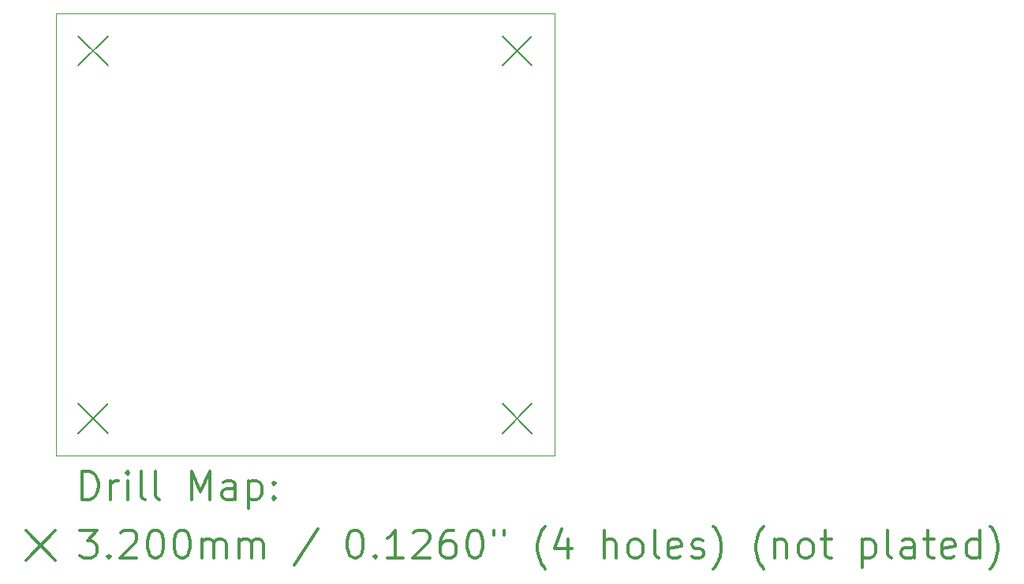
<source format=gbr>
%FSLAX45Y45*%
G04 Gerber Fmt 4.5, Leading zero omitted, Abs format (unit mm)*
G04 Created by KiCad (PCBNEW (5.1.10)-1) date 2021-11-22 17:18:16*
%MOMM*%
%LPD*%
G01*
G04 APERTURE LIST*
%TA.AperFunction,Profile*%
%ADD10C,0.050000*%
%TD*%
%ADD11C,0.200000*%
%ADD12C,0.300000*%
G04 APERTURE END LIST*
D10*
X12100000Y-12000000D02*
X12100000Y-7250000D01*
X17450000Y-12000000D02*
X12100000Y-12000000D01*
X17450000Y-7250000D02*
X17450000Y-12000000D01*
X12100000Y-7250000D02*
X17450000Y-7250000D01*
D11*
X12340000Y-7490000D02*
X12660000Y-7810000D01*
X12660000Y-7490000D02*
X12340000Y-7810000D01*
X12340000Y-11440000D02*
X12660000Y-11760000D01*
X12660000Y-11440000D02*
X12340000Y-11760000D01*
X16890000Y-7490000D02*
X17210000Y-7810000D01*
X17210000Y-7490000D02*
X16890000Y-7810000D01*
X16890000Y-11440000D02*
X17210000Y-11760000D01*
X17210000Y-11440000D02*
X16890000Y-11760000D01*
D12*
X12383928Y-12468214D02*
X12383928Y-12168214D01*
X12455357Y-12168214D01*
X12498214Y-12182500D01*
X12526786Y-12211071D01*
X12541071Y-12239643D01*
X12555357Y-12296786D01*
X12555357Y-12339643D01*
X12541071Y-12396786D01*
X12526786Y-12425357D01*
X12498214Y-12453929D01*
X12455357Y-12468214D01*
X12383928Y-12468214D01*
X12683928Y-12468214D02*
X12683928Y-12268214D01*
X12683928Y-12325357D02*
X12698214Y-12296786D01*
X12712500Y-12282500D01*
X12741071Y-12268214D01*
X12769643Y-12268214D01*
X12869643Y-12468214D02*
X12869643Y-12268214D01*
X12869643Y-12168214D02*
X12855357Y-12182500D01*
X12869643Y-12196786D01*
X12883928Y-12182500D01*
X12869643Y-12168214D01*
X12869643Y-12196786D01*
X13055357Y-12468214D02*
X13026786Y-12453929D01*
X13012500Y-12425357D01*
X13012500Y-12168214D01*
X13212500Y-12468214D02*
X13183928Y-12453929D01*
X13169643Y-12425357D01*
X13169643Y-12168214D01*
X13555357Y-12468214D02*
X13555357Y-12168214D01*
X13655357Y-12382500D01*
X13755357Y-12168214D01*
X13755357Y-12468214D01*
X14026786Y-12468214D02*
X14026786Y-12311071D01*
X14012500Y-12282500D01*
X13983928Y-12268214D01*
X13926786Y-12268214D01*
X13898214Y-12282500D01*
X14026786Y-12453929D02*
X13998214Y-12468214D01*
X13926786Y-12468214D01*
X13898214Y-12453929D01*
X13883928Y-12425357D01*
X13883928Y-12396786D01*
X13898214Y-12368214D01*
X13926786Y-12353929D01*
X13998214Y-12353929D01*
X14026786Y-12339643D01*
X14169643Y-12268214D02*
X14169643Y-12568214D01*
X14169643Y-12282500D02*
X14198214Y-12268214D01*
X14255357Y-12268214D01*
X14283928Y-12282500D01*
X14298214Y-12296786D01*
X14312500Y-12325357D01*
X14312500Y-12411071D01*
X14298214Y-12439643D01*
X14283928Y-12453929D01*
X14255357Y-12468214D01*
X14198214Y-12468214D01*
X14169643Y-12453929D01*
X14441071Y-12439643D02*
X14455357Y-12453929D01*
X14441071Y-12468214D01*
X14426786Y-12453929D01*
X14441071Y-12439643D01*
X14441071Y-12468214D01*
X14441071Y-12282500D02*
X14455357Y-12296786D01*
X14441071Y-12311071D01*
X14426786Y-12296786D01*
X14441071Y-12282500D01*
X14441071Y-12311071D01*
X11777500Y-12802500D02*
X12097500Y-13122500D01*
X12097500Y-12802500D02*
X11777500Y-13122500D01*
X12355357Y-12798214D02*
X12541071Y-12798214D01*
X12441071Y-12912500D01*
X12483928Y-12912500D01*
X12512500Y-12926786D01*
X12526786Y-12941071D01*
X12541071Y-12969643D01*
X12541071Y-13041071D01*
X12526786Y-13069643D01*
X12512500Y-13083929D01*
X12483928Y-13098214D01*
X12398214Y-13098214D01*
X12369643Y-13083929D01*
X12355357Y-13069643D01*
X12669643Y-13069643D02*
X12683928Y-13083929D01*
X12669643Y-13098214D01*
X12655357Y-13083929D01*
X12669643Y-13069643D01*
X12669643Y-13098214D01*
X12798214Y-12826786D02*
X12812500Y-12812500D01*
X12841071Y-12798214D01*
X12912500Y-12798214D01*
X12941071Y-12812500D01*
X12955357Y-12826786D01*
X12969643Y-12855357D01*
X12969643Y-12883929D01*
X12955357Y-12926786D01*
X12783928Y-13098214D01*
X12969643Y-13098214D01*
X13155357Y-12798214D02*
X13183928Y-12798214D01*
X13212500Y-12812500D01*
X13226786Y-12826786D01*
X13241071Y-12855357D01*
X13255357Y-12912500D01*
X13255357Y-12983929D01*
X13241071Y-13041071D01*
X13226786Y-13069643D01*
X13212500Y-13083929D01*
X13183928Y-13098214D01*
X13155357Y-13098214D01*
X13126786Y-13083929D01*
X13112500Y-13069643D01*
X13098214Y-13041071D01*
X13083928Y-12983929D01*
X13083928Y-12912500D01*
X13098214Y-12855357D01*
X13112500Y-12826786D01*
X13126786Y-12812500D01*
X13155357Y-12798214D01*
X13441071Y-12798214D02*
X13469643Y-12798214D01*
X13498214Y-12812500D01*
X13512500Y-12826786D01*
X13526786Y-12855357D01*
X13541071Y-12912500D01*
X13541071Y-12983929D01*
X13526786Y-13041071D01*
X13512500Y-13069643D01*
X13498214Y-13083929D01*
X13469643Y-13098214D01*
X13441071Y-13098214D01*
X13412500Y-13083929D01*
X13398214Y-13069643D01*
X13383928Y-13041071D01*
X13369643Y-12983929D01*
X13369643Y-12912500D01*
X13383928Y-12855357D01*
X13398214Y-12826786D01*
X13412500Y-12812500D01*
X13441071Y-12798214D01*
X13669643Y-13098214D02*
X13669643Y-12898214D01*
X13669643Y-12926786D02*
X13683928Y-12912500D01*
X13712500Y-12898214D01*
X13755357Y-12898214D01*
X13783928Y-12912500D01*
X13798214Y-12941071D01*
X13798214Y-13098214D01*
X13798214Y-12941071D02*
X13812500Y-12912500D01*
X13841071Y-12898214D01*
X13883928Y-12898214D01*
X13912500Y-12912500D01*
X13926786Y-12941071D01*
X13926786Y-13098214D01*
X14069643Y-13098214D02*
X14069643Y-12898214D01*
X14069643Y-12926786D02*
X14083928Y-12912500D01*
X14112500Y-12898214D01*
X14155357Y-12898214D01*
X14183928Y-12912500D01*
X14198214Y-12941071D01*
X14198214Y-13098214D01*
X14198214Y-12941071D02*
X14212500Y-12912500D01*
X14241071Y-12898214D01*
X14283928Y-12898214D01*
X14312500Y-12912500D01*
X14326786Y-12941071D01*
X14326786Y-13098214D01*
X14912500Y-12783929D02*
X14655357Y-13169643D01*
X15298214Y-12798214D02*
X15326786Y-12798214D01*
X15355357Y-12812500D01*
X15369643Y-12826786D01*
X15383928Y-12855357D01*
X15398214Y-12912500D01*
X15398214Y-12983929D01*
X15383928Y-13041071D01*
X15369643Y-13069643D01*
X15355357Y-13083929D01*
X15326786Y-13098214D01*
X15298214Y-13098214D01*
X15269643Y-13083929D01*
X15255357Y-13069643D01*
X15241071Y-13041071D01*
X15226786Y-12983929D01*
X15226786Y-12912500D01*
X15241071Y-12855357D01*
X15255357Y-12826786D01*
X15269643Y-12812500D01*
X15298214Y-12798214D01*
X15526786Y-13069643D02*
X15541071Y-13083929D01*
X15526786Y-13098214D01*
X15512500Y-13083929D01*
X15526786Y-13069643D01*
X15526786Y-13098214D01*
X15826786Y-13098214D02*
X15655357Y-13098214D01*
X15741071Y-13098214D02*
X15741071Y-12798214D01*
X15712500Y-12841071D01*
X15683928Y-12869643D01*
X15655357Y-12883929D01*
X15941071Y-12826786D02*
X15955357Y-12812500D01*
X15983928Y-12798214D01*
X16055357Y-12798214D01*
X16083928Y-12812500D01*
X16098214Y-12826786D01*
X16112500Y-12855357D01*
X16112500Y-12883929D01*
X16098214Y-12926786D01*
X15926786Y-13098214D01*
X16112500Y-13098214D01*
X16369643Y-12798214D02*
X16312500Y-12798214D01*
X16283928Y-12812500D01*
X16269643Y-12826786D01*
X16241071Y-12869643D01*
X16226786Y-12926786D01*
X16226786Y-13041071D01*
X16241071Y-13069643D01*
X16255357Y-13083929D01*
X16283928Y-13098214D01*
X16341071Y-13098214D01*
X16369643Y-13083929D01*
X16383928Y-13069643D01*
X16398214Y-13041071D01*
X16398214Y-12969643D01*
X16383928Y-12941071D01*
X16369643Y-12926786D01*
X16341071Y-12912500D01*
X16283928Y-12912500D01*
X16255357Y-12926786D01*
X16241071Y-12941071D01*
X16226786Y-12969643D01*
X16583928Y-12798214D02*
X16612500Y-12798214D01*
X16641071Y-12812500D01*
X16655357Y-12826786D01*
X16669643Y-12855357D01*
X16683928Y-12912500D01*
X16683928Y-12983929D01*
X16669643Y-13041071D01*
X16655357Y-13069643D01*
X16641071Y-13083929D01*
X16612500Y-13098214D01*
X16583928Y-13098214D01*
X16555357Y-13083929D01*
X16541071Y-13069643D01*
X16526786Y-13041071D01*
X16512500Y-12983929D01*
X16512500Y-12912500D01*
X16526786Y-12855357D01*
X16541071Y-12826786D01*
X16555357Y-12812500D01*
X16583928Y-12798214D01*
X16798214Y-12798214D02*
X16798214Y-12855357D01*
X16912500Y-12798214D02*
X16912500Y-12855357D01*
X17355357Y-13212500D02*
X17341071Y-13198214D01*
X17312500Y-13155357D01*
X17298214Y-13126786D01*
X17283928Y-13083929D01*
X17269643Y-13012500D01*
X17269643Y-12955357D01*
X17283928Y-12883929D01*
X17298214Y-12841071D01*
X17312500Y-12812500D01*
X17341071Y-12769643D01*
X17355357Y-12755357D01*
X17598214Y-12898214D02*
X17598214Y-13098214D01*
X17526786Y-12783929D02*
X17455357Y-12998214D01*
X17641071Y-12998214D01*
X17983928Y-13098214D02*
X17983928Y-12798214D01*
X18112500Y-13098214D02*
X18112500Y-12941071D01*
X18098214Y-12912500D01*
X18069643Y-12898214D01*
X18026786Y-12898214D01*
X17998214Y-12912500D01*
X17983928Y-12926786D01*
X18298214Y-13098214D02*
X18269643Y-13083929D01*
X18255357Y-13069643D01*
X18241071Y-13041071D01*
X18241071Y-12955357D01*
X18255357Y-12926786D01*
X18269643Y-12912500D01*
X18298214Y-12898214D01*
X18341071Y-12898214D01*
X18369643Y-12912500D01*
X18383928Y-12926786D01*
X18398214Y-12955357D01*
X18398214Y-13041071D01*
X18383928Y-13069643D01*
X18369643Y-13083929D01*
X18341071Y-13098214D01*
X18298214Y-13098214D01*
X18569643Y-13098214D02*
X18541071Y-13083929D01*
X18526786Y-13055357D01*
X18526786Y-12798214D01*
X18798214Y-13083929D02*
X18769643Y-13098214D01*
X18712500Y-13098214D01*
X18683928Y-13083929D01*
X18669643Y-13055357D01*
X18669643Y-12941071D01*
X18683928Y-12912500D01*
X18712500Y-12898214D01*
X18769643Y-12898214D01*
X18798214Y-12912500D01*
X18812500Y-12941071D01*
X18812500Y-12969643D01*
X18669643Y-12998214D01*
X18926786Y-13083929D02*
X18955357Y-13098214D01*
X19012500Y-13098214D01*
X19041071Y-13083929D01*
X19055357Y-13055357D01*
X19055357Y-13041071D01*
X19041071Y-13012500D01*
X19012500Y-12998214D01*
X18969643Y-12998214D01*
X18941071Y-12983929D01*
X18926786Y-12955357D01*
X18926786Y-12941071D01*
X18941071Y-12912500D01*
X18969643Y-12898214D01*
X19012500Y-12898214D01*
X19041071Y-12912500D01*
X19155357Y-13212500D02*
X19169643Y-13198214D01*
X19198214Y-13155357D01*
X19212500Y-13126786D01*
X19226786Y-13083929D01*
X19241071Y-13012500D01*
X19241071Y-12955357D01*
X19226786Y-12883929D01*
X19212500Y-12841071D01*
X19198214Y-12812500D01*
X19169643Y-12769643D01*
X19155357Y-12755357D01*
X19698214Y-13212500D02*
X19683928Y-13198214D01*
X19655357Y-13155357D01*
X19641071Y-13126786D01*
X19626786Y-13083929D01*
X19612500Y-13012500D01*
X19612500Y-12955357D01*
X19626786Y-12883929D01*
X19641071Y-12841071D01*
X19655357Y-12812500D01*
X19683928Y-12769643D01*
X19698214Y-12755357D01*
X19812500Y-12898214D02*
X19812500Y-13098214D01*
X19812500Y-12926786D02*
X19826786Y-12912500D01*
X19855357Y-12898214D01*
X19898214Y-12898214D01*
X19926786Y-12912500D01*
X19941071Y-12941071D01*
X19941071Y-13098214D01*
X20126786Y-13098214D02*
X20098214Y-13083929D01*
X20083928Y-13069643D01*
X20069643Y-13041071D01*
X20069643Y-12955357D01*
X20083928Y-12926786D01*
X20098214Y-12912500D01*
X20126786Y-12898214D01*
X20169643Y-12898214D01*
X20198214Y-12912500D01*
X20212500Y-12926786D01*
X20226786Y-12955357D01*
X20226786Y-13041071D01*
X20212500Y-13069643D01*
X20198214Y-13083929D01*
X20169643Y-13098214D01*
X20126786Y-13098214D01*
X20312500Y-12898214D02*
X20426786Y-12898214D01*
X20355357Y-12798214D02*
X20355357Y-13055357D01*
X20369643Y-13083929D01*
X20398214Y-13098214D01*
X20426786Y-13098214D01*
X20755357Y-12898214D02*
X20755357Y-13198214D01*
X20755357Y-12912500D02*
X20783928Y-12898214D01*
X20841071Y-12898214D01*
X20869643Y-12912500D01*
X20883928Y-12926786D01*
X20898214Y-12955357D01*
X20898214Y-13041071D01*
X20883928Y-13069643D01*
X20869643Y-13083929D01*
X20841071Y-13098214D01*
X20783928Y-13098214D01*
X20755357Y-13083929D01*
X21069643Y-13098214D02*
X21041071Y-13083929D01*
X21026786Y-13055357D01*
X21026786Y-12798214D01*
X21312500Y-13098214D02*
X21312500Y-12941071D01*
X21298214Y-12912500D01*
X21269643Y-12898214D01*
X21212500Y-12898214D01*
X21183928Y-12912500D01*
X21312500Y-13083929D02*
X21283928Y-13098214D01*
X21212500Y-13098214D01*
X21183928Y-13083929D01*
X21169643Y-13055357D01*
X21169643Y-13026786D01*
X21183928Y-12998214D01*
X21212500Y-12983929D01*
X21283928Y-12983929D01*
X21312500Y-12969643D01*
X21412500Y-12898214D02*
X21526786Y-12898214D01*
X21455357Y-12798214D02*
X21455357Y-13055357D01*
X21469643Y-13083929D01*
X21498214Y-13098214D01*
X21526786Y-13098214D01*
X21741071Y-13083929D02*
X21712500Y-13098214D01*
X21655357Y-13098214D01*
X21626786Y-13083929D01*
X21612500Y-13055357D01*
X21612500Y-12941071D01*
X21626786Y-12912500D01*
X21655357Y-12898214D01*
X21712500Y-12898214D01*
X21741071Y-12912500D01*
X21755357Y-12941071D01*
X21755357Y-12969643D01*
X21612500Y-12998214D01*
X22012500Y-13098214D02*
X22012500Y-12798214D01*
X22012500Y-13083929D02*
X21983928Y-13098214D01*
X21926786Y-13098214D01*
X21898214Y-13083929D01*
X21883928Y-13069643D01*
X21869643Y-13041071D01*
X21869643Y-12955357D01*
X21883928Y-12926786D01*
X21898214Y-12912500D01*
X21926786Y-12898214D01*
X21983928Y-12898214D01*
X22012500Y-12912500D01*
X22126786Y-13212500D02*
X22141071Y-13198214D01*
X22169643Y-13155357D01*
X22183928Y-13126786D01*
X22198214Y-13083929D01*
X22212500Y-13012500D01*
X22212500Y-12955357D01*
X22198214Y-12883929D01*
X22183928Y-12841071D01*
X22169643Y-12812500D01*
X22141071Y-12769643D01*
X22126786Y-12755357D01*
M02*

</source>
